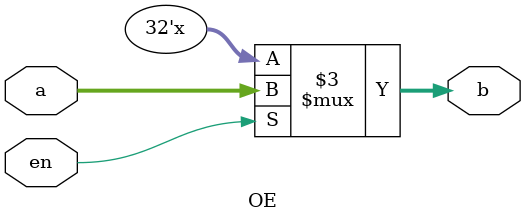
<source format=v>

module OE(
	input [31:0] a, 
	input en,
	output reg [31:0] b
	);


	always@ (*)begin
		if(en)begin
			b=a;
		end else begin
			b= 32'bz;
		end
	end

endmodule
</source>
